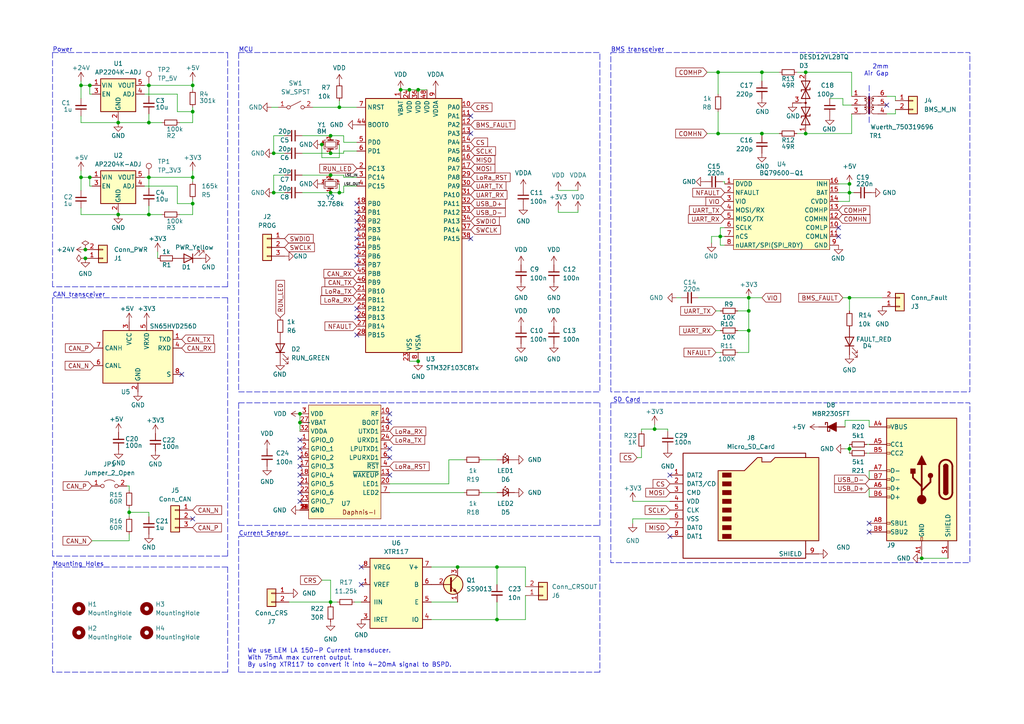
<source format=kicad_sch>
(kicad_sch (version 20230121) (generator eeschema)
  (paper "A4")
  (title_block (title "BMS Master") (date "2025-07-25") (rev "v0.0.5") (company "NCKU Formula Racing"))
  (junction (at 246.38 55.88))
  (junction (at 43.18 51.435))
  (junction (at 220.98 38.735))
  (junction (at 208.28 20.955))
  (junction (at 208.915 68.58))
  (junction (at 86.995 122.555))
  (junction (at 93.345 41.91))
  (junction (at 246.38 86.36))
  (junction (at 121.285 104.775))
  (junction (at 246.38 130.175))
  (junction (at 98.425 55.88))
  (junction (at 43.18 35.56))
  (junction (at 55.88 59.055))
  (junction (at 118.745 26.035))
  (junction (at 95.885 174.625))
  (junction (at 55.88 51.435))
  (junction (at 116.205 26.035))
  (junction (at 23.495 24.765))
  (junction (at 24.765 72.39))
  (junction (at 79.375 44.45))
  (junction (at 208.28 38.735))
  (junction (at 86.995 120.015))
  (junction (at 217.17 90.17))
  (junction (at 55.88 24.765))
  (junction (at 144.145 179.705))
  (junction (at 95.885 55.88))
  (junction (at 121.285 26.035))
  (junction (at 34.29 62.23))
  (junction (at 95.885 39.37))
  (junction (at 217.17 86.36))
  (junction (at 79.375 55.88))
  (junction (at 233.68 20.955))
  (junction (at 34.29 35.56))
  (junction (at 37.465 148.59))
  (junction (at 189.865 124.46))
  (junction (at 26.035 51.435))
  (junction (at 43.18 62.23))
  (junction (at 217.17 95.885))
  (junction (at 220.98 20.955))
  (junction (at 144.145 164.465))
  (junction (at 95.885 44.45))
  (junction (at 55.88 32.385))
  (junction (at 98.425 31.115))
  (junction (at 24.765 74.93))
  (junction (at 23.495 51.435))
  (junction (at 43.18 24.765))
  (junction (at 132.715 164.465))
  (junction (at 246.38 53.34))
  (junction (at 95.885 50.8))
  (junction (at 267.335 161.925))
  (junction (at 26.035 24.765))
  (junction (at 233.68 38.735))
  (no_connect (at 103.505 61.595))
  (no_connect (at 103.505 64.135))
  (no_connect (at 113.03 132.715))
  (no_connect (at 103.505 66.675))
  (no_connect (at 52.705 108.585))
  (no_connect (at 113.03 120.015))
  (no_connect (at 136.525 33.655))
  (no_connect (at 103.505 89.535))
  (no_connect (at 243.205 66.04))
  (no_connect (at 113.03 130.175))
  (no_connect (at 86.995 137.795))
  (no_connect (at 86.995 142.875))
  (no_connect (at 252.095 154.305))
  (no_connect (at 136.525 38.735))
  (no_connect (at 103.505 69.215))
  (no_connect (at 194.31 137.795))
  (no_connect (at 86.995 140.335))
  (no_connect (at 194.31 155.575))
  (no_connect (at 86.995 132.715))
  (no_connect (at 86.995 127.635))
  (no_connect (at 103.505 59.055))
  (no_connect (at 86.995 130.175))
  (no_connect (at 104.775 169.545))
  (no_connect (at 103.505 74.295))
  (no_connect (at 103.505 71.755))
  (no_connect (at 257.175 30.48))
  (no_connect (at 86.995 145.415))
  (no_connect (at 103.505 92.075))
  (no_connect (at 86.995 135.255))
  (no_connect (at 104.775 164.465))
  (no_connect (at 103.505 97.155))
  (no_connect (at 113.03 137.795))
  (no_connect (at 55.88 150.495))
  (no_connect (at 103.505 76.835))
  (no_connect (at 113.03 122.555))
  (no_connect (at 243.205 68.58))
  (no_connect (at 136.525 69.215))
  (no_connect (at 252.095 151.765))
  (wire (pts (xy 189.865 124.46) (xy 189.865 123.19)))
  (wire (pts (xy 102.87 174.625) (xy 104.775 174.625)))
  (wire (pts (xy 208.915 68.58) (xy 210.185 68.58)))
  (wire (pts (xy 196.215 86.36) (xy 197.485 86.36)))
  (wire (pts (xy 41.91 53.975) (xy 51.435 53.975)))
  (wire (pts (xy 95.885 55.88) (xy 98.425 55.88)))
  (wire (pts (xy 79.375 55.88) (xy 82.55 55.88)))
  (wire (pts (xy 220.98 38.735) (xy 220.98 39.37)))
  (wire (pts (xy 209.55 52.705) (xy 210.185 52.705)))
  (wire (pts (xy 220.98 86.36) (xy 217.17 86.36)))
  (wire (pts (xy 99.695 41.275) (xy 99.695 39.37)))
  (wire (pts (xy 184.785 132.715) (xy 186.055 132.715)))
  (polyline (pts (xy 69.215 116.84) (xy 173.99 116.84)) (stroke (width 0) (type dash)))
  (wire (pts (xy 259.715 33.02) (xy 259.715 31.75)))
  (polyline (pts (xy 66.04 86.36) (xy 66.04 161.29)) (stroke (width 0) (type dash)))
  (wire (pts (xy 207.645 95.885) (xy 208.915 95.885)))
  (wire (pts (xy 95.885 39.37) (xy 99.695 39.37)))
  (wire (pts (xy 23.495 33.655) (xy 23.495 35.56)))
  (wire (pts (xy 26.035 24.765) (xy 26.035 27.305)))
  (polyline (pts (xy 66.04 15.24) (xy 66.04 83.185)) (stroke (width 0) (type dash)))
  (wire (pts (xy 243.205 58.42) (xy 246.38 58.42)))
  (wire (pts (xy 95.885 174.625) (xy 95.885 175.26)))
  (wire (pts (xy 55.88 62.23) (xy 52.07 62.23)))
  (wire (pts (xy 183.515 145.415) (xy 194.31 145.415)))
  (wire (pts (xy 186.055 124.46) (xy 186.055 125.095)))
  (polyline (pts (xy 66.04 194.945) (xy 15.24 194.945)) (stroke (width 0) (type dash)))
  (wire (pts (xy 245.11 121.92) (xy 252.095 121.92)))
  (wire (pts (xy 51.435 59.055) (xy 55.88 59.055)))
  (wire (pts (xy 213.995 95.885) (xy 217.17 95.885)))
  (wire (pts (xy 208.28 20.955) (xy 220.98 20.955)))
  (polyline (pts (xy 69.215 155.575) (xy 173.99 155.575)) (stroke (width 0) (type dash)))
  (wire (pts (xy 55.88 24.765) (xy 55.88 26.035)))
  (wire (pts (xy 79.375 55.88) (xy 79.375 50.8)))
  (wire (pts (xy 23.495 24.765) (xy 23.495 28.575)))
  (wire (pts (xy 189.865 124.46) (xy 186.055 124.46)))
  (wire (pts (xy 125.095 179.705) (xy 144.145 179.705)))
  (polyline (pts (xy 15.24 83.185) (xy 15.24 15.24)) (stroke (width 0) (type dash)))
  (wire (pts (xy 207.645 90.17) (xy 208.915 90.17)))
  (wire (pts (xy 95.885 44.45) (xy 99.695 44.45)))
  (wire (pts (xy 207.645 102.235) (xy 208.915 102.235)))
  (wire (pts (xy 43.18 51.435) (xy 55.88 51.435)))
  (wire (pts (xy 220.98 20.955) (xy 220.98 23.495)))
  (wire (pts (xy 26.67 51.435) (xy 26.035 51.435)))
  (wire (pts (xy 152.4 164.465) (xy 144.145 164.465)))
  (wire (pts (xy 97.79 174.625) (xy 95.885 174.625)))
  (wire (pts (xy 267.335 161.925) (xy 274.955 161.925)))
  (wire (pts (xy 23.495 51.435) (xy 26.035 51.435)))
  (wire (pts (xy 98.425 53.34) (xy 98.425 55.88)))
  (wire (pts (xy 99.695 51.435) (xy 103.505 51.435)))
  (wire (pts (xy 152.4 172.72) (xy 152.4 179.705)))
  (wire (pts (xy 193.675 124.46) (xy 189.865 124.46)))
  (wire (pts (xy 55.88 59.055) (xy 55.88 57.785)))
  (wire (pts (xy 213.995 102.235) (xy 217.17 102.235)))
  (wire (pts (xy 246.38 86.36) (xy 255.905 86.36)))
  (wire (pts (xy 43.18 51.435) (xy 43.18 54.61)))
  (wire (pts (xy 233.68 38.735) (xy 247.015 38.735)))
  (wire (pts (xy 246.38 130.175) (xy 246.38 131.445)))
  (wire (pts (xy 161.925 60.96) (xy 161.925 61.595)))
  (wire (pts (xy 37.465 147.32) (xy 37.465 148.59)))
  (polyline (pts (xy 66.04 83.185) (xy 15.24 83.185)) (stroke (width 0) (type dash)))
  (wire (pts (xy 167.64 61.595) (xy 167.64 60.96)))
  (wire (pts (xy 43.18 59.69) (xy 43.18 62.23)))
  (wire (pts (xy 247.015 30.48) (xy 244.475 30.48)))
  (wire (pts (xy 99.695 53.975) (xy 103.505 53.975)))
  (wire (pts (xy 43.18 62.23) (xy 46.99 62.23)))
  (wire (pts (xy 208.28 27.305) (xy 208.28 20.955)))
  (wire (pts (xy 245.11 123.825) (xy 245.11 121.92)))
  (wire (pts (xy 205.105 20.955) (xy 208.28 20.955)))
  (wire (pts (xy 55.88 49.53) (xy 55.88 51.435)))
  (wire (pts (xy 217.17 95.885) (xy 217.17 102.235)))
  (wire (pts (xy 183.515 150.495) (xy 194.31 150.495)))
  (wire (pts (xy 51.435 32.385) (xy 55.88 32.385)))
  (wire (pts (xy 243.205 55.88) (xy 246.38 55.88)))
  (wire (pts (xy 41.91 24.765) (xy 43.18 24.765)))
  (wire (pts (xy 208.915 68.58) (xy 208.915 71.12)))
  (wire (pts (xy 43.18 35.56) (xy 46.99 35.56)))
  (wire (pts (xy 37.465 156.845) (xy 26.67 156.845)))
  (wire (pts (xy 43.18 62.23) (xy 34.29 62.23)))
  (polyline (pts (xy 173.99 194.945) (xy 69.215 194.945)) (stroke (width 0) (type dash)))
  (wire (pts (xy 93.345 168.275) (xy 95.885 168.275)))
  (wire (pts (xy 95.885 50.8) (xy 99.695 50.8)))
  (wire (pts (xy 130.175 140.335) (xy 130.175 133.35)))
  (wire (pts (xy 23.495 23.495) (xy 23.495 24.765)))
  (wire (pts (xy 121.285 26.035) (xy 123.825 26.035)))
  (wire (pts (xy 125.095 174.625) (xy 132.715 174.625)))
  (wire (pts (xy 246.38 53.34) (xy 246.38 55.88)))
  (wire (pts (xy 220.98 38.735) (xy 226.06 38.735)))
  (wire (pts (xy 87.63 44.45) (xy 95.885 44.45)))
  (wire (pts (xy 103.505 41.275) (xy 99.695 41.275)))
  (wire (pts (xy 23.495 35.56) (xy 34.29 35.56)))
  (wire (pts (xy 144.145 164.465) (xy 132.715 164.465)))
  (wire (pts (xy 113.03 140.335) (xy 130.175 140.335)))
  (wire (pts (xy 37.465 154.94) (xy 37.465 156.845)))
  (polyline (pts (xy 66.04 164.465) (xy 15.24 164.465)) (stroke (width 0) (type dash)))
  (wire (pts (xy 23.495 62.23) (xy 34.29 62.23)))
  (wire (pts (xy 98.425 55.88) (xy 99.695 55.88)))
  (wire (pts (xy 217.17 90.17) (xy 213.995 90.17)))
  (wire (pts (xy 233.68 20.955) (xy 231.14 20.955)))
  (wire (pts (xy 202.565 86.36) (xy 217.17 86.36)))
  (wire (pts (xy 244.475 86.36) (xy 246.38 86.36)))
  (wire (pts (xy 244.475 28.575) (xy 240.665 28.575)))
  (wire (pts (xy 86.995 120.015) (xy 86.995 122.555)))
  (wire (pts (xy 144.145 164.465) (xy 144.145 169.545)))
  (polyline (pts (xy 15.24 161.29) (xy 15.24 86.36)) (stroke (width 0) (type dash)))
  (polyline (pts (xy 15.24 194.945) (xy 15.24 164.465)) (stroke (width 0) (type dash)))
  (wire (pts (xy 26.035 53.975) (xy 26.035 51.435)))
  (wire (pts (xy 144.145 179.705) (xy 152.4 179.705)))
  (wire (pts (xy 257.175 27.94) (xy 259.715 27.94)))
  (wire (pts (xy 55.88 32.385) (xy 55.88 31.115)))
  (wire (pts (xy 26.035 24.765) (xy 26.67 24.765)))
  (wire (pts (xy 231.14 38.735) (xy 233.68 38.735)))
  (polyline (pts (xy 69.215 194.945) (xy 69.215 155.575)) (stroke (width 0) (type dash)))
  (wire (pts (xy 251.46 128.905) (xy 252.095 128.905)))
  (wire (pts (xy 246.38 128.905) (xy 246.38 130.175)))
  (wire (pts (xy 51.435 27.305) (xy 51.435 32.385)))
  (wire (pts (xy 246.38 130.175) (xy 245.11 130.175)))
  (wire (pts (xy 217.17 86.36) (xy 217.17 90.17)))
  (polyline (pts (xy 173.99 152.4) (xy 173.99 116.84)) (stroke (width 0) (type dash)))
  (wire (pts (xy 118.745 104.775) (xy 121.285 104.775)))
  (wire (pts (xy 23.495 51.435) (xy 23.495 55.245)))
  (wire (pts (xy 98.425 45.72) (xy 93.345 45.72)))
  (polyline (pts (xy 69.215 116.84) (xy 69.215 152.4)) (stroke (width 0) (type dash)))
  (wire (pts (xy 252.095 136.525) (xy 252.095 139.065)))
  (wire (pts (xy 86.995 122.555) (xy 86.995 125.095)))
  (wire (pts (xy 208.915 71.12) (xy 210.185 71.12)))
  (wire (pts (xy 205.105 38.735) (xy 208.28 38.735)))
  (wire (pts (xy 87.63 55.88) (xy 95.885 55.88)))
  (wire (pts (xy 43.18 24.765) (xy 55.88 24.765)))
  (wire (pts (xy 55.88 23.495) (xy 55.88 24.765)))
  (wire (pts (xy 23.495 60.325) (xy 23.495 62.23)))
  (wire (pts (xy 161.925 61.595) (xy 167.64 61.595)))
  (wire (pts (xy 83.82 174.625) (xy 95.885 174.625)))
  (wire (pts (xy 55.88 51.435) (xy 55.88 52.705)))
  (wire (pts (xy 139.7 133.35) (xy 144.145 133.35)))
  (wire (pts (xy 43.18 24.765) (xy 43.18 27.94)))
  (wire (pts (xy 144.145 174.625) (xy 144.145 179.705)))
  (wire (pts (xy 251.46 131.445) (xy 252.095 131.445)))
  (wire (pts (xy 220.98 38.735) (xy 208.28 38.735)))
  (wire (pts (xy 247.015 20.955) (xy 233.68 20.955)))
  (wire (pts (xy 98.425 31.115) (xy 103.505 31.115)))
  (wire (pts (xy 41.91 27.305) (xy 51.435 27.305)))
  (wire (pts (xy 103.505 43.815) (xy 99.695 43.815)))
  (wire (pts (xy 247.015 27.94) (xy 247.015 20.955)))
  (wire (pts (xy 208.28 38.735) (xy 208.28 32.385)))
  (wire (pts (xy 99.695 51.435) (xy 99.695 50.8)))
  (wire (pts (xy 99.695 43.815) (xy 99.695 44.45)))
  (wire (pts (xy 252.095 121.92) (xy 252.095 123.825)))
  (wire (pts (xy 183.515 151.765) (xy 183.515 150.495)))
  (wire (pts (xy 125.095 164.465) (xy 132.715 164.465)))
  (wire (pts (xy 193.675 125.095) (xy 193.675 124.46)))
  (wire (pts (xy 210.185 52.705) (xy 210.185 53.34)))
  (wire (pts (xy 55.88 35.56) (xy 52.07 35.56)))
  (polyline (pts (xy 15.24 15.24) (xy 66.04 15.24)) (stroke (width 0) (type dash)))
  (wire (pts (xy 79.375 44.45) (xy 82.55 44.45)))
  (wire (pts (xy 41.91 51.435) (xy 43.18 51.435)))
  (wire (pts (xy 208.915 66.04) (xy 208.915 68.58)))
  (wire (pts (xy 220.98 20.955) (xy 226.06 20.955)))
  (wire (pts (xy 55.88 59.055) (xy 55.88 62.23)))
  (wire (pts (xy 93.345 45.72) (xy 93.345 41.91)))
  (wire (pts (xy 139.7 142.875) (xy 144.145 142.875)))
  (wire (pts (xy 87.63 39.37) (xy 95.885 39.37)))
  (wire (pts (xy 55.88 32.385) (xy 55.88 35.56)))
  (polyline (pts (xy 69.215 152.4) (xy 173.99 152.4)) (stroke (width 0) (type dash)))
  (wire (pts (xy 99.695 55.88) (xy 99.695 53.975)))
  (wire (pts (xy 247.015 38.735) (xy 247.015 33.02)))
  (wire (pts (xy 243.205 53.34) (xy 246.38 53.34)))
  (wire (pts (xy 79.375 50.8) (xy 82.55 50.8)))
  (wire (pts (xy 118.745 26.035) (xy 121.285 26.035)))
  (wire (pts (xy 26.67 27.305) (xy 26.035 27.305)))
  (wire (pts (xy 43.18 148.59) (xy 43.18 149.86)))
  (wire (pts (xy 26.67 53.975) (xy 26.035 53.975)))
  (wire (pts (xy 206.375 68.58) (xy 208.915 68.58)))
  (wire (pts (xy 152.4 164.465) (xy 152.4 170.18)))
  (wire (pts (xy 257.175 33.02) (xy 259.715 33.02)))
  (polyline (pts (xy 66.04 164.465) (xy 66.04 194.945)) (stroke (width 0) (type dash)))
  (wire (pts (xy 45.72 73.025) (xy 45.72 74.93)))
  (wire (pts (xy 246.38 55.88) (xy 247.65 55.88)))
  (wire (pts (xy 98.425 29.21) (xy 98.425 31.115)))
  (wire (pts (xy 206.375 70.485) (xy 206.375 68.58)))
  (wire (pts (xy 244.475 30.48) (xy 244.475 28.575)))
  (wire (pts (xy 130.175 133.35) (xy 134.62 133.35)))
  (wire (pts (xy 217.17 90.17) (xy 217.17 95.885)))
  (wire (pts (xy 116.205 26.035) (xy 118.745 26.035)))
  (polyline (pts (xy 173.99 155.575) (xy 173.99 194.945)) (stroke (width 0) (type dash)))
  (wire (pts (xy 37.465 140.97) (xy 36.83 140.97)))
  (wire (pts (xy 34.29 61.595) (xy 34.29 62.23)))
  (wire (pts (xy 246.38 86.36) (xy 246.38 90.17)))
  (wire (pts (xy 252.095 141.605) (xy 252.095 144.145)))
  (wire (pts (xy 186.055 132.715) (xy 186.055 130.175)))
  (wire (pts (xy 210.185 66.04) (xy 208.915 66.04)))
  (wire (pts (xy 95.885 168.275) (xy 95.885 174.625)))
  (wire (pts (xy 87.63 50.8) (xy 95.885 50.8)))
  (wire (pts (xy 43.18 33.02) (xy 43.18 35.56)))
  (wire (pts (xy 246.38 55.88) (xy 246.38 58.42)))
  (polyline (pts (xy 252.095 35.56) (xy 252.095 24.765)) (stroke (width 0) (type dash)))
  (wire (pts (xy 37.465 142.24) (xy 37.465 140.97)))
  (polyline (pts (xy 66.04 161.29) (xy 15.24 161.29)) (stroke (width 0) (type dash)))
  (wire (pts (xy 78.74 31.115) (xy 80.645 31.115)))
  (wire (pts (xy 23.495 49.53) (xy 23.495 51.435)))
  (wire (pts (xy 79.375 44.45) (xy 79.375 39.37)))
  (wire (pts (xy 259.715 29.21) (xy 259.715 27.94)))
  (wire (pts (xy 37.465 148.59) (xy 37.465 149.86)))
  (wire (pts (xy 23.495 24.765) (xy 26.035 24.765)))
  (wire (pts (xy 79.375 39.37) (xy 82.55 39.37)))
  (polyline (pts (xy 66.04 86.36) (xy 15.24 86.36)) (stroke (width 0) (type dash)))
  (wire (pts (xy 161.925 55.245) (xy 167.64 55.245)))
  (wire (pts (xy 98.425 41.91) (xy 98.425 45.72)))
  (wire (pts (xy 43.18 148.59) (xy 37.465 148.59)))
  (wire (pts (xy 34.29 34.925) (xy 34.29 35.56)))
  (wire (pts (xy 34.29 35.56) (xy 43.18 35.56)))
  (wire (pts (xy 51.435 53.975) (xy 51.435 59.055)))
  (wire (pts (xy 113.03 142.875) (xy 134.62 142.875)))
  (wire (pts (xy 90.805 31.115) (xy 98.425 31.115)))
  (rectangle (start 177.165 116.84) (end 281.305 163.195) (stroke (width 0) (type dash)))
  (rectangle (start 177.165 15.24) (end 281.305 113.665) (stroke (width 0) (type dash)))
  (rectangle (start 69.215 15.24) (end 173.99 113.665) (stroke (width 0) (type dash)))
  (text "MCU" (at 69.215 15.24 0) (effects (font (size 1.27 1.27)) (justify left bottom)))
  (text "SD Card" (at 177.8 116.84 0) (effects (font (size 1.27 1.27)) (justify left bottom)))
  (text "2mm\nAir Gap" (at 257.81 22.225 0) (effects (font (size 1.27 1.27)) (justify right bottom)))
  (text "Current Sensor" (at 69.215 155.575 0) (effects (font (size 1.27 1.27)) (justify left bottom)))
  (text "Mounting Holes" (at 15.24 164.465 0) (effects (font (size 1.27 1.27)) (justify left bottom)))
  (text "BMS transceiver" (at 177.165 15.24 0) (effects (font (size 1.27 1.27)) (justify left bottom)))
  (text "Power" (at 15.24 15.24 0) (effects (font (size 1.27 1.27)) (justify left bottom)))
  (text "CAN transceiver" (at 15.24 86.36 0) (effects (font (size 1.27 1.27)) (justify left bottom)))
  (text "We use LEM LA 150-P Current transducer.\nWith 75mA max current output.\nBy using XTR117 to convert it into 4-20mA signal to BSPD.\n" (at 71.755 193.675 0) (effects (font (size 1.27 1.27)) (justify left bottom)))
  (label "LSE_IN" (at 99.949 51.435 0) (effects (font (size 0.735 0.735))))
  (label "LSE_OUT" (at 99.695 53.975 0) (effects (font (size 0.735 0.735))))
  (global_label "USB_D-" (shape input) (at 136.525 61.595 0) (property "Intersheetrefs" "${INTERSHEET_REFS}" (effects hide)))
  (global_label "BMS_FAULT" (shape input) (at 244.475 86.36 180) (property "Intersheetrefs" "${INTERSHEET_REFS}" (effects hide)))
  (global_label "CS" (shape input) (at 194.31 140.335 180) (property "Intersheetrefs" "${INTERSHEET_REFS}" (effects hide)))
  (global_label "LoRa_RST" (shape input) (at 113.03 135.255 0) (property "Intersheetrefs" "${INTERSHEET_REFS}" (effects hide)))
  (global_label "USB_D-" (shape input) (at 252.095 139.065 180) (property "Intersheetrefs" "${INTERSHEET_REFS}" (effects hide)))
  (global_label "UART_TX" (shape input) (at 136.525 53.975 0) (property "Intersheetrefs" "${INTERSHEET_REFS}" (effects hide)))
  (global_label "NFAULT" (shape input) (at 207.645 102.235 180) (property "Intersheetrefs" "${INTERSHEET_REFS}" (effects hide)))
  (global_label "SWDIO" (shape input) (at 82.55 69.215 0) (property "Intersheetrefs" "${INTERSHEET_REFS}" (effects hide)))
  (global_label "UART_RX" (shape input) (at 207.645 95.885 180) (property "Intersheetrefs" "${INTERSHEET_REFS}" (effects hide)))
  (global_label "CAN_P" (shape input) (at 26.67 140.97 180) (property "Intersheetrefs" "${INTERSHEET_REFS}" (effects hide)))
  (global_label "MOSI" (shape input) (at 194.31 142.875 180) (property "Intersheetrefs" "${INTERSHEET_REFS}" (effects hide)))
  (global_label "CAN_TX" (shape input) (at 103.505 81.915 180) (property "Intersheetrefs" "${INTERSHEET_REFS}" (effects hide)))
  (global_label "SCLK" (shape input) (at 194.31 147.955 180) (property "Intersheetrefs" "${INTERSHEET_REFS}" (effects hide)))
  (global_label "VIO" (shape input) (at 220.98 86.36 0) (property "Intersheetrefs" "${INTERSHEET_REFS}" (effects hide)))
  (global_label "UART_RX" (shape input) (at 210.185 63.5 180) (property "Intersheetrefs" "${INTERSHEET_REFS}" (effects hide)))
  (global_label "UART_RX" (shape input) (at 136.525 56.515 0) (property "Intersheetrefs" "${INTERSHEET_REFS}" (effects hide)))
  (global_label "SCLK" (shape input) (at 136.525 43.815 0) (property "Intersheetrefs" "${INTERSHEET_REFS}" (effects hide)))
  (global_label "CS" (shape input) (at 136.525 41.275 0) (property "Intersheetrefs" "${INTERSHEET_REFS}" (effects hide)))
  (global_label "LoRa_TX" (shape input) (at 113.03 127.635 0) (property "Intersheetrefs" "${INTERSHEET_REFS}" (effects hide)))
  (global_label "BMS_FAULT" (shape input) (at 136.525 36.195 0) (property "Intersheetrefs" "${INTERSHEET_REFS}" (effects hide)))
  (global_label "SWCLK" (shape input) (at 136.525 66.675 0) (property "Intersheetrefs" "${INTERSHEET_REFS}" (effects hide)))
  (global_label "LoRa_RST" (shape input) (at 136.525 51.435 0) (property "Intersheetrefs" "${INTERSHEET_REFS}" (effects hide)))
  (global_label "RUN_LED" (shape input) (at 103.505 48.895 180) (property "Intersheetrefs" "${INTERSHEET_REFS}" (effects hide)))
  (global_label "NFAULT" (shape input) (at 103.505 94.615 180) (property "Intersheetrefs" "${INTERSHEET_REFS}" (effects hide)))
  (global_label "MISO" (shape input) (at 194.31 153.035 180) (property "Intersheetrefs" "${INTERSHEET_REFS}" (effects hide)))
  (global_label "COMHN" (shape input) (at 243.205 63.5 0) (property "Intersheetrefs" "${INTERSHEET_REFS}" (effects hide)))
  (global_label "CAN_RX" (shape input) (at 103.505 79.375 180) (property "Intersheetrefs" "${INTERSHEET_REFS}" (effects hide)))
  (global_label "CRS" (shape input) (at 93.345 168.275 180) (property "Intersheetrefs" "${INTERSHEET_REFS}" (effects hide)))
  (global_label "NFAULT" (shape input) (at 210.185 55.88 180) (property "Intersheetrefs" "${INTERSHEET_REFS}" (effects hide)))
  (global_label "COMHN" (shape input) (at 205.105 38.735 180) (property "Intersheetrefs" "${INTERSHEET_REFS}" (effects hide)))
  (global_label "CAN_N" (shape input) (at 27.305 106.045 180) (property "Intersheetrefs" "${INTERSHEET_REFS}" (effects hide)))
  (global_label "CAN_N" (shape input) (at 55.88 147.955 0) (property "Intersheetrefs" "${INTERSHEET_REFS}" (effects hide)))
  (global_label "UART_TX" (shape input) (at 210.185 60.96 180) (property "Intersheetrefs" "${INTERSHEET_REFS}" (effects hide)))
  (global_label "CAN_RX" (shape input) (at 52.705 100.965 0) (property "Intersheetrefs" "${INTERSHEET_REFS}" (effects hide)))
  (global_label "CS" (shape input) (at 184.785 132.715 180) (property "Intersheetrefs" "${INTERSHEET_REFS}" (effects hide)))
  (global_label "LoRa_RX" (shape input) (at 113.03 125.095 0) (property "Intersheetrefs" "${INTERSHEET_REFS}" (effects hide)))
  (global_label "SWCLK" (shape input) (at 82.55 71.755 0) (property "Intersheetrefs" "${INTERSHEET_REFS}" (effects hide)))
  (global_label "VIO" (shape input) (at 210.185 58.42 180) (property "Intersheetrefs" "${INTERSHEET_REFS}" (effects hide)))
  (global_label "UART_TX" (shape input) (at 207.645 90.17 180) (property "Intersheetrefs" "${INTERSHEET_REFS}" (effects hide)))
  (global_label "RUN_LED" (shape input) (at 81.28 92.075 90) (property "Intersheetrefs" "${INTERSHEET_REFS}" (effects hide)))
  (global_label "LoRa_TX" (shape input) (at 103.505 84.455 180) (property "Intersheetrefs" "${INTERSHEET_REFS}" (effects hide)))
  (global_label "LoRa_RX" (shape input) (at 103.505 86.995 180) (property "Intersheetrefs" "${INTERSHEET_REFS}" (effects hide)))
  (global_label "SWDIO" (shape input) (at 136.525 64.135 0) (property "Intersheetrefs" "${INTERSHEET_REFS}" (effects hide)))
  (global_label "CAN_P" (shape input) (at 27.305 100.965 180) (property "Intersheetrefs" "${INTERSHEET_REFS}" (effects hide)))
  (global_label "USB_D+" (shape input) (at 136.525 59.055 0) (property "Intersheetrefs" "${INTERSHEET_REFS}" (effects hide)))
  (global_label "USB_D+" (shape input) (at 252.095 141.605 180) (property "Intersheetrefs" "${INTERSHEET_REFS}" (effects hide)))
  (global_label "COMHP" (shape input) (at 243.205 60.96 0) (property "Intersheetrefs" "${INTERSHEET_REFS}" (effects hide)))
  (global_label "CRS" (shape input) (at 136.525 31.115 0) (property "Intersheetrefs" "${INTERSHEET_REFS}" (effects hide)))
  (global_label "MISO" (shape input) (at 136.525 46.355 0) (property "Intersheetrefs" "${INTERSHEET_REFS}" (effects hide)))
  (global_label "CAN_N" (shape input) (at 26.67 156.845 180) (property "Intersheetrefs" "${INTERSHEET_REFS}" (effects hide)))
  (global_label "MOSI" (shape input) (at 136.525 48.895 0) (property "Intersheetrefs" "${INTERSHEET_REFS}" (effects hide)))
  (global_label "CAN_P" (shape input) (at 55.88 153.035 0) (property "Intersheetrefs" "${INTERSHEET_REFS}" (effects hide)))
  (global_label "COMHP" (shape input) (at 205.105 20.955 180) (property "Intersheetrefs" "${INTERSHEET_REFS}" (effects hide)))
  (global_label "CAN_TX" (shape input) (at 52.705 98.425 0) (property "Intersheetrefs" "${INTERSHEET_REFS}" (effects hide)))
  (symbol (lib_id "power:+3V3") (at 183.515 145.415 0) (unit 1)
    (property "Reference" "#PWR074" (effects hide))
    (property "Value" "+3V3" (at 183.515 141.605 0))
  )
  (symbol (lib_id "power:GND") (at 95.885 180.34 0) (unit 1)
    (property "Reference" "#PWR066" (effects hide))
    (property "Value" "GND" (at 95.885 185.42 0))
  )
  (symbol (lib_id "Device:C_Small") (at 43.18 57.15 180) (unit 1)
    (property "Reference" "C4" (at 45.085 55.88 0) (effects (justify right)))
    (property "Value" "10u" (at 45.085 57.785 0) (effects (justify right)))
    (property "Footprint" "Capacitor_SMD:C_0805_2012Metric" (effects hide))
  )
  (symbol (lib_id "Device:R_Small") (at 228.6 20.955 90) (mirror x) (unit 1)
    (property "Reference" "R13" (at 228.6 22.86 90))
    (property "Value" "49R" (at 228.6 24.765 90))
    (property "Footprint" "Resistor_SMD:R_0603_1608Metric" (effects hide))
  )
  (symbol (lib_id "Connector:TestPoint") (at 43.18 51.435 0) (unit 1)
    (property "Reference" "TP1" (at 45.72 46.863 0) (effects (justify left)))
    (property "Value" "TP_3V3" (at 45.72 49.403 0) (effects (justify left)))
    (property "Footprint" "Connector_Pin:Pin_D1.0mm_L10.0mm" (effects hide))
  )
  (symbol (lib_id "power:GND") (at 246.38 102.87 0) (unit 1)
    (property "Reference" "#PWR047" (effects hide))
    (property "Value" "GND" (at 246.38 107.315 0))
  )
  (symbol (lib_id "power:GND") (at 58.42 74.93 90) (unit 1)
    (property "Reference" "#PWR010" (effects hide))
    (property "Value" "GND" (at 58.42 77.47 90) (effects (justify right)))
  )
  (symbol (lib_id "Connector:USB_C_Receptacle_USB2.0_16P") (at 267.335 139.065 0) (mirror y) (unit 1)
    (property "Reference" "J9" (at 258.445 158.115 0))
    (property "Value" "USB_C_Receptacle_USB2.0_16P" (effects hide))
    (property "Footprint" "Connector_USB:USB_C_Receptacle_Palconn_UTC16-G" (effects hide))
    (property "Datasheet" "https://www.usb.org/sites/default/files/documents/usb_type-c.zip" (effects hide))
  )
  (symbol (lib_id "Connector:Micro_SD_Card") (at 217.17 145.415 0) (unit 1)
    (property "Reference" "J8" (at 217.805 127 0))
    (property "Value" "Micro_SD_Card" (at 217.805 129.54 0))
    (property "Footprint" "Connector_Card:microSD_HC_Molex_47219-2001" (effects hide))
    (property "Datasheet" "http://katalog.we-online.de/em/datasheet/693072010801.pdf" (effects hide))
  )
  (symbol (lib_id "Connector_Generic:Conn_01x03") (at 77.47 71.755 0) (mirror y) (unit 1)
    (property "Reference" "J2" (at 77.47 62.865 0))
    (property "Value" "PROG" (at 77.47 65.405 0))
    (property "Footprint" "Connector_PinHeader_2.54mm:PinHeader_1x03_P2.54mm_Vertical" (effects hide))
  )
  (symbol (lib_id "Device:R_Small") (at 98.425 26.67 0) (unit 1)
    (property "Reference" "R7" (at 95.885 25.4 0) (effects (justify right)))
    (property "Value" "10k" (at 95.885 27.94 0) (effects (justify right)))
    (property "Footprint" "Resistor_SMD:R_0603_1608Metric" (effects hide))
  )
  (symbol (lib_id "power:GND") (at 240.665 33.655 0) (unit 1)
    (property "Reference" "#PWR044" (effects hide))
    (property "Value" "GND" (at 242.57 37.465 0) (effects (justify right)))
  )
  (symbol (lib_id "Device:C_Small") (at 160.655 97.155 0) (unit 1)
    (property "Reference" "C13" (at 163.195 95.8913 0) (effects (justify left)))
    (property "Value" "100n" (at 163.195 98.4313 0) (effects (justify left)))
    (property "Footprint" "Capacitor_SMD:C_0603_1608Metric" (effects hide))
  )
  (symbol (lib_id "power:+5V") (at 23.495 49.53 0) (unit 1)
    (property "Reference" "#PWR02" (effects hide))
    (property "Value" "+5V" (at 23.495 45.72 0))
  )
  (symbol (lib_id "Device:R_Small") (at 211.455 95.885 270) (unit 1)
    (property "Reference" "R10" (at 212.725 93.98 90) (effects (justify right)))
    (property "Value" "10K" (at 213.36 97.79 90) (effects (justify right)))
    (property "Footprint" "Resistor_SMD:R_0603_1608Metric" (effects hide))
  )
  (symbol (lib_id "Device:LED") (at 54.61 74.93 180) (unit 1)
    (property "Reference" "D1" (at 52.705 77.47 0) (effects (justify right)))
    (property "Value" "PWR_Yellow" (at 50.8 71.755 0) (effects (justify right)))
    (property "Footprint" "LED_SMD:LED_0805_2012Metric" (effects hide))
  )
  (symbol (lib_id "Device:LED") (at 81.28 100.965 90) (unit 1)
    (property "Reference" "D2" (at 84.455 101.2825 90) (effects (justify right)))
    (property "Value" "RUN_GREEN" (at 84.455 103.8225 90) (effects (justify right)))
    (property "Footprint" "LED_SMD:LED_0805_2012Metric" (effects hide))
  )
  (symbol (lib_id "power:GND") (at 24.765 74.93 0) (unit 1)
    (property "Reference" "#PWR04" (effects hide))
    (property "Value" "GND" (at 24.765 79.375 0))
  )
  (symbol (lib_id "Device:R_Small") (at 211.455 90.17 270) (unit 1)
    (property "Reference" "R9" (at 212.725 88.265 90) (effects (justify right)))
    (property "Value" "10K" (at 213.36 92.075 90) (effects (justify right)))
    (property "Footprint" "Resistor_SMD:R_0603_1608Metric" (effects hide))
  )
  (symbol (lib_id "power:GND") (at 252.73 55.88 90) (unit 1)
    (property "Reference" "#PWR048" (effects hide))
    (property "Value" "GND" (at 255.905 55.88 90) (effects (justify right)))
  )
  (symbol (lib_id "power:+24V") (at 24.765 72.39 90) (unit 1)
    (property "Reference" "#PWR03" (effects hide))
    (property "Value" "+24V" (at 19.05 72.39 90))
  )
  (symbol (lib_id "power:GND") (at 121.285 104.775 0) (unit 1)
    (property "Reference" "#PWR021" (effects hide))
    (property "Value" "GND" (at 121.285 109.22 0))
  )
  (symbol (lib_id "Mechanical:MountingHole") (at 42.545 176.53 0) (unit 1)
    (property "Reference" "H3" (at 45.085 175.26 0) (effects (justify left)))
    (property "Value" "MountingHole" (at 45.085 177.8 0) (effects (justify left)))
    (property "Footprint" "MountingHole:MountingHole_3.2mm_M3_DIN965" (effects hide))
  )
  (symbol (lib_id "power:GND") (at 151.13 99.695 0) (unit 1)
    (property "Reference" "#PWR026" (effects hide))
    (property "Value" "GND" (at 151.13 104.14 0))
  )
  (symbol (lib_id "power:VDD") (at 161.925 55.245 0) (unit 1)
    (property "Reference" "#PWR033" (effects hide))
    (property "Value" "VDD" (at 161.925 50.8 0))
  )
  (symbol (lib_id "Regulator_Linear:AP2204K-ADJ") (at 34.29 27.305 0) (unit 1)
    (property "Reference" "U1" (at 34.29 18.415 0))
    (property "Value" "AP2204K-ADJ" (at 34.29 20.955 0))
    (property "Footprint" "Package_TO_SOT_SMD:SOT-23-5" (effects hide))
    (property "Datasheet" "https://www.diodes.com/assets/Datasheets/AP2204.pdf" (effects hide))
  )
  (symbol (lib_id "power:+5V") (at 246.38 53.34 0) (unit 1)
    (property "Reference" "#PWR046" (effects hide))
    (property "Value" "+5V" (at 246.38 48.26 0))
  )
  (symbol (lib_id "Regulator_Linear:AP2204K-ADJ") (at 34.29 53.975 0) (unit 1)
    (property "Reference" "U2" (at 34.29 45.085 0))
    (property "Value" "AP2204K-ADJ" (at 34.29 47.625 0))
    (property "Footprint" "Package_TO_SOT_SMD:SOT-23-5" (effects hide))
    (property "Datasheet" "https://www.diodes.com/assets/Datasheets/AP2204.pdf" (effects hide))
  )
  (symbol (lib_id "Connector_Generic:Conn_01x02") (at 78.74 172.085 0) (mirror y) (unit 1)
    (property "Reference" "J7" (at 78.74 180.34 0))
    (property "Value" "Conn_CRS" (at 78.74 177.8 0))
    (property "Footprint" "Connector_JST:JST_XH_B2B-XH-A_1x02_P2.50mm_Vertical" (effects hide))
  )
  (symbol (lib_id "power:+5V") (at 237.49 123.825 90) (unit 1)
    (property "Reference" "#PWR069" (effects hide))
    (property "Value" "+5V" (at 233.68 123.825 90) (effects (justify left)))
  )
  (symbol (lib_id "power:+3V3") (at 161.925 60.96 0) (unit 1)
    (property "Reference" "#PWR034" (effects hide))
    (property "Value" "+3V3" (at 161.925 57.15 0))
  )
  (symbol (lib_id "power:GND") (at 255.905 88.9 0) (unit 1)
    (property "Reference" "#PWR049" (effects hide))
    (property "Value" "GND" (at 255.905 93.98 0))
  )
  (symbol (lib_id "power:+5V") (at 55.88 23.495 0) (unit 1)
    (property "Reference" "#PWR08" (effects hide))
    (property "Value" "+5V" (at 55.88 19.685 0))
  )
  (symbol (lib_id "power:VDD") (at 77.47 130.175 0) (unit 1)
    (property "Reference" "#PWR065" (effects hide))
    (property "Value" "VDD" (at 77.47 125.73 0))
  )
  (symbol (lib_id "power:GND") (at 193.675 130.175 0) (unit 1)
    (property "Reference" "#PWR073" (effects hide))
    (property "Value" "GND" (at 193.675 135.255 0))
  )
  (symbol (lib_id "power:+3V3") (at 55.88 49.53 0) (unit 1)
    (property "Reference" "#PWR09" (effects hide))
    (property "Value" "+3V3" (at 55.88 45.72 0))
  )
  (symbol (lib_id "power:VDD") (at 160.655 94.615 0) (unit 1)
    (property "Reference" "#PWR031" (effects hide))
    (property "Value" "VDD" (at 160.655 90.17 0))
  )
  (symbol (lib_id "Connector_Generic:Conn_01x02") (at 29.845 74.93 0) (mirror x) (unit 1)
    (property "Reference" "J1" (at 33.02 74.93 0) (effects (justify left)))
    (property "Value" "Conn_PWR" (at 33.02 72.39 0) (effects (justify left)))
    (property "Footprint" "Connector_JST:JST_XH_B2B-XH-A_1x02_P2.50mm_Vertical" (effects hide))
  )
  (symbol (lib_id "power:GND") (at 267.335 161.925 270) (unit 1)
    (property "Reference" "#PWR060" (effects hide))
    (property "Value" "GND" (at 264.16 161.925 90) (effects (justify right)))
  )
  (symbol (lib_id "power:GND") (at 34.29 62.23 0) (unit 1)
    (property "Reference" "#PWR06" (effects hide))
    (property "Value" "GND" (at 34.29 66.04 0))
  )
  (symbol (lib_id "power:VDD") (at 86.995 120.015 90) (unit 1)
    (property "Reference" "#PWR067" (effects hide))
    (property "Value" "VDD" (at 83.185 120.015 90) (effects (justify left)))
  )
  (symbol (lib_id "Switch:SW_SPST") (at 85.725 31.115 0) (unit 1)
    (property "Reference" "SW1" (at 85.725 24.13 0))
    (property "Value" "SW_SPST" (at 85.725 26.67 0))
    (property "Footprint" "Button_Switch_SMD:SW_SPST_FSMSM" (effects hide))
  )
  (symbol (lib_id "Device:C_Small") (at 43.18 30.48 180) (unit 1)
    (property "Reference" "C3" (at 45.085 29.21 0) (effects (justify right)))
    (property "Value" "10u" (at 45.085 31.115 0) (effects (justify right)))
    (property "Footprint" "Capacitor_SMD:C_0805_2012Metric" (effects hide))
  )
  (symbol (lib_id "Device:C_Small") (at 220.98 41.91 0) (unit 1)
    (property "Reference" "C16" (at 218.44 40.6463 0) (effects (justify right)))
    (property "Value" "220p" (at 218.44 43.1863 0) (effects (justify right)))
    (property "Footprint" "Capacitor_SMD:C_0603_1608Metric" (effects hide))
  )
  (symbol (lib_id "power:+5V") (at 37.465 93.345 0) (unit 1)
    (property "Reference" "#PWR052" (effects hide))
    (property "Value" "+5V" (at 36.83 89.535 0))
  )
  (symbol (lib_id "power:+3V3") (at 45.085 125.73 0) (unit 1)
    (property "Reference" "#PWR056" (effects hide))
    (property "Value" "+3V3" (at 45.085 121.92 0))
  )
  (symbol (lib_id "Device:Crystal_GND24_Small") (at 95.885 41.91 90) (unit 1)
    (property "Reference" "Y1" (at 93.345 36.195 90))
    (property "Value" "8M" (at 93.345 38.1 90))
    (property "Footprint" "Crystal:Crystal_SMD_SeikoEpson_FA238-4Pin_3.2x2.5mm" (effects hide))
  )
  (symbol (lib_id "Device:C_Small") (at 23.495 31.115 180) (unit 1)
    (property "Reference" "C1" (at 17.78 29.845 0) (effects (justify right)))
    (property "Value" "1u" (at 18.415 31.75 0) (effects (justify right)))
    (property "Footprint" "Capacitor_SMD:C_0603_1608Metric" (effects hide))
  )
  (symbol (lib_id "Device:R_Small") (at 186.055 127.635 0) (unit 1)
    (property "Reference" "R23" (at 184.785 126.365 0) (effects (justify right)))
    (property "Value" "1K" (at 184.785 128.27 0) (effects (justify right)))
    (property "Footprint" "Resistor_SMD:R_0603_1608Metric" (effects hide))
  )
  (symbol (lib_id "Mechanical:MountingHole") (at 42.545 183.515 0) (unit 1)
    (property "Reference" "H4" (at 45.085 182.245 0) (effects (justify left)))
    (property "Value" "MountingHole" (at 45.085 184.785 0) (effects (justify left)))
    (property "Footprint" "MountingHole:MountingHole_3.2mm_M3_DIN965" (effects hide))
  )
  (symbol (lib_id "Device:R_Small") (at 37.465 144.78 0) (mirror x) (unit 1)
    (property "Reference" "R15" (at 35.56 143.51 0) (effects (justify right)))
    (property "Value" "60R" (at 35.56 145.415 0) (effects (justify right)))
    (property "Footprint" "Resistor_SMD:R_0603_1608Metric" (effects hide))
  )
  (symbol (lib_id "power:GND") (at 151.765 59.69 0) (unit 1)
    (property "Reference" "#PWR028" (effects hide))
    (property "Value" "GND" (at 151.765 64.135 0))
  )
  (symbol (lib_id "Project_Lib:Daphnis-I") (at 89.535 117.475 0) (unit 1)
    (property "Reference" "U7" (at 100.33 146.05 0))
    (property "Value" "~" (at 89.535 122.555 0))
    (property "Footprint" "Daphnis-I:Daphnis-I" (effects hide))
  )
  (symbol (lib_id "Device:C_Small") (at 193.675 127.635 180) (unit 1)
    (property "Reference" "C29" (at 195.58 126.365 0) (effects (justify right)))
    (property "Value" "100n" (at 195.58 128.27 0) (effects (justify right)))
    (property "Footprint" "Capacitor_SMD:C_0603_1608Metric" (effects hide))
  )
  (symbol (lib_id "power:GND") (at 220.98 44.45 0) (mirror y) (unit 1)
    (property "Reference" "#PWR041" (effects hide))
    (property "Value" "GND" (at 219.075 48.26 0) (effects (justify right)))
  )
  (symbol (lib_id "power:GND") (at 78.74 31.115 270) (unit 1)
    (property "Reference" "#PWR011" (effects hide))
    (property "Value" "GND" (at 76.2 31.115 90) (effects (justify right)))
  )
  (symbol (lib_id "power:GND") (at 45.085 130.81 0) (unit 1)
    (property "Reference" "#PWR057" (effects hide))
    (property "Value" "GND" (at 45.085 134.62 0))
  )
  (symbol (lib_id "power:VDDA") (at 151.765 54.61 0) (unit 1)
    (property "Reference" "#PWR027" (effects hide))
    (property "Value" "VDDA" (at 151.765 50.165 0))
  )
  (symbol (lib_id "Device:C_Small") (at 85.09 55.88 270) (unit 1)
    (property "Reference" "C8" (at 82.55 57.15 90))
    (property "Value" "20p" (at 82.55 54.61 90))
    (property "Footprint" "Capacitor_SMD:C_0603_1608Metric" (effects hide))
  )
  (symbol (lib_id "Mechanical:MountingHole") (at 22.86 183.515 0) (unit 1)
    (property "Reference" "H2" (at 25.4 182.245 0) (effects (justify left)))
    (property "Value" "MountingHole" (at 25.4 184.785 0) (effects (justify left)))
    (property "Footprint" "MountingHole:MountingHole_3.2mm_M3_DIN965" (effects hide))
  )
  (symbol (lib_id "power:GND") (at 79.375 44.45 270) (unit 1)
    (property "Reference" "#PWR012" (effects hide))
    (property "Value" "GND" (at 76.835 44.45 90) (effects (justify right)))
  )
  (symbol (lib_id "Device:C_Small") (at 240.665 31.115 0) (unit 1)
    (property "Reference" "C18" (at 241.935 24.765 0) (effects (justify right)))
    (property "Value" "100p" (at 241.935 27.305 0) (effects (justify right)))
    (property "Footprint" "Capacitor_SMD:C_0603_1608Metric" (effects hide))
  )
  (symbol (lib_id "power:+24V") (at 23.495 23.495 0) (unit 1)
    (property "Reference" "#PWR01" (effects hide))
    (property "Value" "+24V" (at 23.495 19.685 0))
  )
  (symbol (lib_id "power:GND") (at 86.995 147.955 270) (unit 1)
    (property "Reference" "#PWR061" (effects hide))
    (property "Value" "GND" (at 83.185 147.955 90) (effects (justify right)))
  )
  (symbol (lib_id "Device:R_Small") (at 81.28 94.615 0) (mirror x) (unit 1)
    (property "Reference" "R6" (at 83.185 95.885 0) (effects (justify left)))
    (property "Value" "1k" (at 83.185 93.345 0) (effects (justify left)))
    (property "Footprint" "Resistor_SMD:R_0603_1608Metric" (effects hide))
  )
  (symbol (lib_id "Device:R_Small") (at 246.38 92.71 0) (unit 1)
    (property "Reference" "R14" (at 248.92 91.44 0) (effects (justify left)))
    (property "Value" "10k" (at 248.92 93.98 0) (effects (justify left)))
    (property "Footprint" "Resistor_SMD:R_0603_1608Metric" (effects hide))
  )
  (symbol (lib_id "Device:C_Small") (at 45.085 128.27 180) (unit 1)
    (property "Reference" "C22" (at 46.99 127.635 0) (effects (justify right)))
    (property "Value" "100n" (at 46.99 129.54 0) (effects (justify right)))
    (property "Footprint" "Capacitor_SMD:C_0603_1608Metric" (effects hide))
  )
  (symbol (lib_id "power:GND") (at 183.515 151.765 0) (unit 1)
    (property "Reference" "#PWR075" (effects hide))
    (property "Value" "GND" (at 183.515 156.845 0))
  )
  (symbol (lib_id "Device:C_Small") (at 77.47 132.715 0) (unit 1)
    (property "Reference" "C24" (at 80.01 131.4513 0) (effects (justify left)))
    (property "Value" "100n" (at 80.01 133.9913 0) (effects (justify left)))
    (property "Footprint" "Capacitor_SMD:C_0603_1608Metric" (effects hide))
  )
  (symbol (lib_id "PCM_Diode_Schottky_AKL:MBR230SFT") (at 241.3 123.825 180) (unit 1)
    (property "Reference" "D8" (at 240.9825 117.475 0))
    (property "Value" "MBR230SFT" (at 240.9825 120.015 0))
    (property "Footprint" "Diode_SMD:D_SOD-123F" (effects hide))
    (property "Datasheet" "https://www.tme.eu/Document/2eee33cf83d0f8ebac11eeee67f8a8a7/MBR230LSft1g.PDF" (effects hide))
  )
  (symbol (lib_id "power:GND") (at 196.215 86.36 270) (unit 1)
    (property "Reference" "#PWR037" (effects hide))
    (property "Value" "GND" (at 192.405 86.36 90) (effects (justify right)))
  )
  (symbol (lib_id "power:GND") (at 220.98 28.575 0) (mirror y) (unit 1)
    (property "Reference" "#PWR042" (effects hide))
    (property "Value" "GND" (at 219.075 32.385 0) (effects (justify right)))
  )
  (symbol (lib_id "power:+3V3") (at 189.865 123.19 0) (unit 1)
    (property "Reference" "#PWR072" (effects hide))
    (property "Value" "+3V3" (at 189.865 119.38 0))
  )
  (symbol (lib_id "Device:R_Small") (at 100.33 174.625 90) (unit 1)
    (property "Reference" "R17" (at 100.33 168.91 90))
    (property "Value" "11.25k" (at 100.33 171.45 90))
    (property "Footprint" "Resistor_SMD:R_0603_1608Metric" (effects hide))
  )
  (symbol (lib_id "power:+5V") (at 34.3916 125.3998 0) (unit 1)
    (property "Reference" "#PWR050" (effects hide))
    (property "Value" "+5V" (at 33.7566 121.5898 0))
  )
  (symbol (lib_id "Device:Crystal_GND24_Small") (at 95.885 53.34 270) (mirror x) (unit 1)
    (property "Reference" "Y2" (at 95.8088 57.2262 90))
    (property "Value" "32.768k" (at 95.885 59.1312 90))
    (property "Footprint" "Crystal:Crystal_SMD_SeikoEpson_FA238-4Pin_3.2x2.5mm" (effects hide))
  )
  (symbol (lib_id "Device:C_Small") (at 151.13 97.155 0) (unit 1)
    (property "Reference" "C10" (at 153.67 95.8913 0) (effects (justify left)))
    (property "Value" "100n" (at 153.67 98.4313 0) (effects (justify left)))
    (property "Footprint" "Capacitor_SMD:C_0603_1608Metric" (effects hide))
  )
  (symbol (lib_id "Transformer:Wuerth_750315371") (at 252.095 30.48 0) (unit 1)
    (property "Reference" "TR1" (at 254 39.37 0))
    (property "Value" "Wuerth_750319696" (at 261.62 36.83 0))
    (property "Footprint" "Transformer_SMD:Transformer_Wuerth_750315371" (effects hide))
    (property "Datasheet" "https://www.we-online.com/catalog/datasheet/750315371.pdf" (effects hide))
  )
  (symbol (lib_id "Device:C_Small") (at 144.145 172.085 0) (unit 1)
    (property "Reference" "C23" (at 147.32 170.8213 0) (effects (justify left)))
    (property "Value" "10n" (at 147.32 173.3613 0) (effects (justify left)))
    (property "Footprint" "Capacitor_SMD:C_0603_1608Metric" (effects hide))
  )
  (symbol (lib_id "Device:LED") (at 246.38 99.06 90) (unit 1)
    (property "Reference" "D4" (at 250.19 100.33 90) (effects (justify right)))
    (property "Value" "FAULT_RED" (at 248.285 98.425 90) (effects (justify right)))
    (property "Footprint" "LED_SMD:LED_0805_2012Metric" (effects hide))
  )
  (symbol (lib_id "power:GND") (at 34.3916 130.4798 0) (unit 1)
    (property "Reference" "#PWR051" (effects hide))
    (property "Value" "GND" (at 34.3916 134.2898 0))
  )
  (symbol (lib_id "Connector:TestPoint") (at 43.18 24.765 0) (unit 1)
    (property "Reference" "TP2" (at 45.72 20.193 0) (effects (justify left)))
    (property "Value" "TP_5V" (at 45.72 22.733 0) (effects (justify left)))
    (property "Footprint" "Connector_Pin:Pin_D1.0mm_L10.0mm" (effects hide))
  )
  (symbol (lib_id "power:+3V3") (at 217.17 86.36 0) (unit 1)
    (property "Reference" "#PWR040" (effects hide))
    (property "Value" "+3V3" (at 217.17 82.55 0))
  )
  (symbol (lib_id "Device:C_Small") (at 151.765 57.15 0) (unit 1)
    (property "Reference" "C11" (at 153.67 55.88 0) (effects (justify left)))
    (property "Value" "100n" (at 153.67 58.42 0) (effects (justify left)))
    (property "Footprint" "Capacitor_SMD:C_0603_1608Metric" (effects hide))
  )
  (symbol (lib_id "Device:C_Small") (at 250.19 55.88 90) (unit 1)
    (property "Reference" "C19" (at 248.285 51.435 90) (effects (justify right)))
    (property "Value" "220n" (at 248.285 53.34 90) (effects (justify right)))
    (property "Footprint" "Capacitor_SMD:C_0603_1608Metric" (effects hide))
  )
  (symbol (lib_id "Device:LED_Small") (at 146.685 142.875 0) (mirror y) (unit 1)
    (property "Reference" "D5" (at 146.6215 148.59 0))
    (property "Value" "LED2" (at 146.6215 146.05 0))
    (property "Footprint" "LED_SMD:LED_0805_2012Metric" (effects hide))
  )
  (symbol (lib_id "Device:R_Small") (at 137.16 142.875 90) (unit 1)
    (property "Reference" "R18" (at 137.16 148.59 90))
    (property "Value" "1k" (at 137.16 146.05 90))
    (property "Footprint" "Resistor_SMD:R_0603_1608Metric" (effects hide))
  )
  (symbol (lib_id "Device:R_Small") (at 228.6 38.735 90) (mirror x) (unit 1)
    (property "Reference" "R12" (at 228.6 40.64 90))
    (property "Value" "49R" (at 228.6 42.545 90))
    (property "Footprint" "Resistor_SMD:R_0603_1608Metric" (effects hide))
  )
  (symbol (lib_id "power:VDDA") (at 126.365 26.035 0) (unit 1)
    (property "Reference" "#PWR022" (effects hide))
    (property "Value" "VDDA" (at 126.365 21.59 0))
  )
  (symbol (lib_id "Connector_Generic:Conn_01x02") (at 157.48 172.72 0) (mirror x) (unit 1)
    (property "Reference" "J6" (at 160.02 172.72 0) (effects (justify left)))
    (property "Value" "Conn_CRSOUT" (at 160.02 170.18 0) (effects (justify left)))
    (property "Footprint" "Connector_JST:JST_XH_B2B-XH-A_1x02_P2.50mm_Vertical" (effects hide))
  )
  (symbol (lib_id "Connector_Generic:Conn_01x02") (at 260.985 88.9 0) (mirror x) (unit 1)
    (property "Reference" "J3" (at 264.16 88.9 0) (effects (justify left)))
    (property "Value" "Conn_Fault" (at 264.16 86.36 0) (effects (justify left)))
    (property "Footprint" "Connector_JST:JST_XH_B2B-XH-A_1x02_P2.50mm_Vertical" (effects hide))
  )
  (symbol (lib_id "power:VDD") (at 167.64 60.96 0) (unit 1)
    (property "Reference" "#PWR036" (effects hide))
    (property "Value" "VDD" (at 167.64 57.15 0))
  )
  (symbol (lib_id "power:GND") (at 204.47 52.705 270) (unit 1)
    (property "Reference" "#PWR038" (effects hide))
    (property "Value" "GND" (at 201.93 52.705 90) (effects (justify right)))
  )
  (symbol (lib_id "power:+3V3") (at 42.545 93.345 0) (unit 1)
    (property "Reference" "#PWR055" (effects hide))
    (property "Value" "+3V3" (at 42.545 89.535 0))
  )
  (symbol (lib_id "Device:R_Small") (at 95.885 177.8 0) (unit 1)
    (property "Reference" "R22" (at 93.98 176.53 0) (effects (justify right)))
    (property "Value" "30R" (at 93.98 179.07 0) (effects (justify right)))
    (property "Footprint" "Resistor_SMD:R_0603_1608Metric" (effects hide))
  )
  (symbol (lib_id "power:GND") (at 149.225 133.35 90) (unit 1)
    (property "Reference" "#PWR063" (effects hide))
    (property "Value" "GND" (at 153.035 133.35 90) (effects (justify right)))
  )
  (symbol (lib_id "Project_Lib:BQ79600-Q1") (at 226.695 62.23 0) (unit 1)
    (property "Reference" "U4" (at 226.695 47.625 0))
    (property "Value" "BQ79600-Q1" (at 226.695 50.165 0))
    (property "Footprint" "Package_SO:TSSOP-16_4.4x5mm_P0.65mm" (effects hide))
  )
  (symbol (lib_id "Device:C_Small") (at 220.98 26.035 0) (unit 1)
    (property "Reference" "C17" (at 218.44 24.7713 0) (effects (justify right)))
    (property "Value" "220p" (at 218.44 27.3113 0) (effects (justify right)))
    (property "Footprint" "Capacitor_SMD:C_0603_1608Metric" (effects hide))
  )
  (symbol (lib_id "power:GND") (at 43.18 154.94 0) (unit 1)
    (property "Reference" "#PWR053" (effects hide))
    (property "Value" "GND" (at 43.18 158.75 0))
  )
  (symbol (lib_id "power:GND") (at 40.005 113.665 0) (unit 1)
    (property "Reference" "#PWR054" (effects hide))
    (property "Value" "GND" (at 40.005 117.475 0))
  )
  (symbol (lib_id "power:GND") (at 79.375 55.88 270) (unit 1)
    (property "Reference" "#PWR013" (effects hide))
    (property "Value" "GND" (at 76.835 55.88 90) (effects (justify right)))
  )
  (symbol (lib_id "Device:C_Small") (at 200.025 86.36 90) (unit 1)
    (property "Reference" "C14" (at 198.12 81.915 90) (effects (justify right)))
    (property "Value" "220n" (at 198.12 83.82 90) (effects (justify right)))
    (property "Footprint" "Capacitor_SMD:C_0603_1608Metric" (effects hide))
  )
  (symbol (lib_id "power:GND") (at 77.47 135.255 0) (unit 1)
    (property "Reference" "#PWR068" (effects hide))
    (property "Value" "GND" (at 77.47 139.7 0))
  )
  (symbol (lib_id "Device:C_Small") (at 85.09 39.37 270) (unit 1)
    (property "Reference" "C5" (at 82.55 40.64 90))
    (property "Value" "20p" (at 82.55 38.1 90))
    (property "Footprint" "Capacitor_SMD:C_0603_1608Metric" (effects hide))
  )
  (symbol (lib_id "power:+3V3") (at 45.72 73.025 0) (unit 1)
    (property "Reference" "#PWR07" (effects hide))
    (property "Value" "+3V3" (at 45.72 69.215 0))
  )
  (symbol (lib_id "Interface_CAN_LIN:SN65HVD256D") (at 40.005 103.505 0) (mirror y) (unit 1)
    (property "Reference" "U5" (at 37.8109 113.665 0) (effects (justify left)))
    (property "Value" "SN65HVD256D" (at 57.15 94.615 0) (effects (justify left)))
    (property "Footprint" "Package_SO:SOIC-8_3.9x4.9mm_P1.27mm" (effects hide))
    (property "Datasheet" "https://www.ti.com/lit/ds/symlink/sn65hvd257.pdf" (effects hide))
  )
  (symbol (lib_id "Device:LED_Small") (at 146.685 133.35 0) (mirror y) (unit 1)
    (property "Reference" "D6" (at 146.6215 139.065 0))
    (property "Value" "LED1" (at 146.6215 136.525 0))
    (property "Footprint" "LED_SMD:LED_0805_2012Metric" (effects hide))
  )
  (symbol (lib_id "Device:D_TVS_Dual_AAC") (at 233.68 29.845 270) (mirror x) (unit 1)
    (property "Reference" "D3" (at 231.775 19.05 90) (effects (justify left)))
    (property "Value" "DESD12VL2BTQ" (at 231.775 16.51 90) (effects (justify left)))
    (property "Footprint" "Package_TO_SOT_SMD:SOT-23" (effects hide))
  )
  (symbol (lib_id "power:PWR_FLAG") (at 24.765 72.39 0) (unit 1)
    (property "Reference" "#FLG01" (effects hide))
    (property "Value" "PWR_FLAG" (effects hide))
  )
  (symbol (lib_id "power:VDD") (at 160.655 76.835 0) (unit 1)
    (property "Reference" "#PWR029" (effects hide))
    (property "Value" "VDD" (at 160.655 72.39 0))
  )
  (symbol (lib_id "power:GND") (at 237.49 160.655 90) (unit 1)
    (property "Reference" "#PWR076" (effects hide))
    (property "Value" "GND" (at 242.57 158.75 90) (effects (justify right)))
  )
  (symbol (lib_id "Device:C_Small") (at 160.655 79.375 0) (unit 1)
    (property "Reference" "C12" (at 163.195 78.1113 0) (effects (justify left)))
    (property "Value" "100n" (at 163.195 80.6513 0) (effects (justify left)))
    (property "Footprint" "Capacitor_SMD:C_0603_1608Metric" (effects hide))
  )
  (symbol (lib_id "power:GND") (at 82.55 74.295 90) (unit 1)
    (property "Reference" "#PWR015" (effects hide))
    (property "Value" "GND" (at 85.09 74.295 90) (effects (justify right)))
  )
  (symbol (lib_id "Mechanical:MountingHole") (at 22.86 176.53 0) (unit 1)
    (property "Reference" "H1" (at 25.4 175.26 0) (effects (justify left)))
    (property "Value" "MountingHole" (at 25.4 177.8 0) (effects (justify left)))
    (property "Footprint" "MountingHole:MountingHole_3.2mm_M3_DIN965" (effects hide))
  )
  (symbol (lib_id "power:GND") (at 151.13 81.915 0) (unit 1)
    (property "Reference" "#PWR024" (effects hide))
    (property "Value" "GND" (at 151.13 86.36 0))
  )
  (symbol (lib_id "Device:R_Small") (at 55.88 55.245 180) (unit 1)
    (property "Reference" "R5" (at 58.42 56.515 0) (effects (justify right)))
    (property "Value" "165k" (at 58.42 53.975 0) (effects (justify right)))
    (property "Footprint" "Resistor_SMD:R_0603_1608Metric" (effects hide))
  )
  (symbol (lib_id "Connector_Generic:Conn_01x03") (at 50.8 150.495 0) (mirror y) (unit 1)
    (property "Reference" "J5" (at 50.8 142.24 0))
    (property "Value" "Conn_CAN" (at 50.8 144.78 0))
    (property "Footprint" "Connector_JST:JST_XH_B3B-XH-A_1x03_P2.50mm_Vertical" (effects hide))
  )
  (symbol (lib_id "power:GND") (at 160.655 99.695 0) (unit 1)
    (property "Reference" "#PWR032" (effects hide))
    (property "Value" "GND" (at 160.655 104.14 0))
  )
  (symbol (lib_id "Device:R_Small") (at 248.92 131.445 90) (mirror x) (unit 1)
    (property "Reference" "R21" (at 248.92 136.525 90))
    (property "Value" "5k1" (at 248.92 133.985 90))
    (property "Footprint" "Resistor_SMD:R_0603_1608Metric_Pad0.98x0.95mm_HandSolder" (effects hide))
  )
  (symbol (lib_id "Device:R_Small") (at 55.88 28.575 180) (unit 1)
    (property "Reference" "R4" (at 57.785 27.305 0) (effects (justify right)))
    (property "Value" "301k" (at 57.785 29.21 0) (effects (justify right)))
    (property "Footprint" "Resistor_SMD:R_0603_1608Metric" (effects hide))
  )
  (symbol (lib_id "Device:C_Small") (at 151.13 79.375 0) (unit 1)
    (property "Reference" "C9" (at 153.67 78.1113 0) (effects (justify left)))
    (property "Value" "100n" (at 153.67 80.6513 0) (effects (justify left)))
    (property "Footprint" "Capacitor_SMD:C_0603_1608Metric" (effects hide))
  )
  (symbol (lib_id "power:GND") (at 160.655 81.915 0) (unit 1)
    (property "Reference" "#PWR030" (effects hide))
    (property "Value" "GND" (at 160.655 86.36 0))
  )
  (symbol (lib_id "Device:R_Small") (at 49.53 62.23 90) (unit 1)
    (property "Reference" "R3" (at 48.26 66.04 90) (effects (justify right)))
    (property "Value" "100k" (at 48.26 64.135 90) (effects (justify right)))
    (property "Footprint" "Resistor_SMD:R_0603_1608Metric" (effects hide))
  )
  (symbol (lib_id "Device:R_Small") (at 49.53 35.56 90) (unit 1)
    (property "Reference" "R2" (at 48.26 39.37 90) (effects (justify right)))
    (property "Value" "100k" (at 48.26 37.465 90) (effects (justify right)))
    (property "Footprint" "Resistor_SMD:R_0603_1608Metric" (effects hide))
  )
  (symbol (lib_id "Device:C_Small") (at 85.09 50.8 270) (unit 1)
    (property "Reference" "C7" (at 82.55 52.07 90))
    (property "Value" "20p" (at 82.55 49.53 90))
    (property "Footprint" "Capacitor_SMD:C_0603_1608Metric" (effects hide))
  )
  (symbol (lib_id "power:GND") (at 93.345 41.91 270) (unit 1)
    (property "Reference" "#PWR016" (effects hide))
    (property "Value" "GND" (at 90.805 41.91 90) (effects (justify right)))
  )
  (symbol (lib_id "Device:C_Small") (at 34.3916 127.9398 180) (unit 1)
    (property "Reference" "C20" (at 36.2966 127.3048 0) (effects (justify right)))
    (property "Value" "100n" (at 36.2966 129.2098 0) (effects (justify right)))
    (property "Footprint" "Capacitor_SMD:C_0603_1608Metric" (effects hide))
  )
  (symbol (lib_id "Device:C_Small") (at 23.495 57.785 180) (unit 1)
    (property "Reference" "C2" (at 18.415 57.15 0) (effects (justify right)))
    (property "Value" "1u" (at 18.415 59.055 0) (effects (justify right)))
    (property "Footprint" "Capacitor_SMD:C_0603_1608Metric" (effects hide))
  )
  (symbol (lib_id "power:GND") (at 206.375 70.485 0) (unit 1)
    (property "Reference" "#PWR039" (effects hide))
    (property "Value" "GND" (at 208.28 74.295 0) (effects (justify right)))
  )
  (symbol (lib_id "power:VDD") (at 116.205 26.035 0) (unit 1)
    (property "Reference" "#PWR020" (effects hide))
    (property "Value" "VDD" (at 116.205 21.59 0))
  )
  (symbol (lib_id "Device:R_Small") (at 248.92 128.905 90) (unit 1)
    (property "Reference" "R20" (at 248.92 123.825 90))
    (property "Value" "5k1" (at 248.92 126.365 90))
    (property "Footprint" "Resistor_SMD:R_0603_1608Metric_Pad0.98x0.95mm_HandSolder" (effects hide))
  )
  (symbol (lib_id "Device:R_Small") (at 37.465 152.4 0) (mirror x) (unit 1)
    (property "Reference" "R16" (at 35.56 151.13 0) (effects (justify right)))
    (property "Value" "60R" (at 35.56 153.035 0) (effects (justify right)))
    (property "Footprint" "Resistor_SMD:R_0603_1608Metric" (effects hide))
  )
  (symbol (lib_id "power:GND") (at 81.28 104.775 0) (unit 1)
    (property "Reference" "#PWR014" (effects hide))
    (property "Value" "GND" (at 83.185 108.585 0) (effects (justify right)))
  )
  (symbol (lib_id "Device:C_Small") (at 85.09 44.45 270) (unit 1)
    (property "Reference" "C6" (at 82.55 45.72 90))
    (property "Value" "20p" (at 82.55 43.18 90))
    (property "Footprint" "Capacitor_SMD:C_0603_1608Metric" (effects hide))
  )
  (symbol (lib_id "power:VDD") (at 151.13 76.835 0) (unit 1)
    (property "Reference" "#PWR023" (effects hide))
    (property "Value" "VDD" (at 151.13 72.39 0))
  )
  (symbol (lib_id "Device:R_Small") (at 211.455 102.235 270) (unit 1)
    (property "Reference" "R11" (at 212.725 100.33 90) (effects (justify right)))
    (property "Value" "100K" (at 213.36 104.14 90) (effects (justify right)))
    (property "Footprint" "Resistor_SMD:R_0603_1608Metric" (effects hide))
  )
  (symbol (lib_id "Interface_CurrentLoop:XTR116U") (at 114.935 174.625 0) (unit 1)
    (property "Reference" "U6" (at 114.935 157.48 0))
    (property "Value" "XTR117" (at 114.935 160.02 0))
    (property "Footprint" "Package_SO:SOIC-8_3.9x4.9mm_P1.27mm" (effects hide))
    (property "Datasheet" "http://www.ti.com/lit/ds/symlink/xtr115.pdf" (effects hide))
  )
  (symbol (lib_id "power:VDDA") (at 167.64 55.245 0) (unit 1)
    (property "Reference" "#PWR035" (effects hide))
    (property "Value" "VDDA" (at 167.64 50.8 0))
  )
  (symbol (lib_id "power:PWR_FLAG") (at 24.765 74.93 90) (unit 1)
    (property "Reference" "#FLG02" (effects hide))
    (property "Value" "PWR_FLAG" (effects hide))
  )
  (symbol (lib_id "PCM_Transistor_BJT_AKL:SS9013") (at 130.175 169.545 0) (unit 1)
    (property "Reference" "Q1" (at 135.255 168.275 0) (effects (justify left)))
    (property "Value" "SS9013" (at 135.255 170.815 0) (effects (justify left)))
    (property "Footprint" "Package_TO_SOT_SMD:SOT-23" (effects hide))
    (property "Datasheet" "http://web.nuu.edu.tw/~marilyn/meilingweb/electronique%20TP/C9013.pdf" (effects hide))
  )
  (symbol (lib_id "Device:R_Small") (at 137.16 133.35 90) (unit 1)
    (property "Reference" "R19" (at 137.16 139.065 90))
    (property "Value" "1k" (at 137.16 136.525 90))
    (property "Footprint" "Resistor_SMD:R_0603_1608Metric" (effects hide))
  )
  (symbol (lib_id "power:GND") (at 93.345 53.34 270) (unit 1)
    (property "Reference" "#PWR017" (effects hide))
    (property "Value" "GND" (at 90.805 53.34 90) (effects (justify right)))
  )
  (symbol (lib_id "power:VDD") (at 151.13 94.615 0) (unit 1)
    (property "Reference" "#PWR025" (effects hide))
    (property "Value" "VDD" (at 151.13 90.17 0))
  )
  (symbol (lib_id "power:GND") (at 245.11 130.175 270) (unit 1)
    (property "Reference" "#PWR064" (effects hide))
    (property "Value" "GND" (at 241.935 130.175 90) (effects (justify right)))
  )
  (symbol (lib_id "Connector_Generic:Conn_01x02") (at 264.795 29.21 0) (unit 1)
    (property "Reference" "J4" (at 267.97 29.21 0) (effects (justify left)))
    (property "Value" "BMS_M_IN" (at 267.97 31.75 0) (effects (justify left)))
    (property "Footprint" "Connector_Molex:Molex_Micro-Fit_3.0_43650-0200_1x02_P3.00mm_Horizontal" (effects hide))
  )
  (symbol (lib_id "Device:C_Small") (at 43.18 152.4 180) (unit 1)
    (property "Reference" "C21" (at 45.085 151.13 0) (effects (justify right)))
    (property "Value" "1u" (at 45.085 153.035 0) (effects (justify right)))
    (property "Footprint" "Capacitor_SMD:C_0603_1608Metric" (effects hide))
  )
  (symbol (lib_id "power:GND") (at 103.505 36.195 270) (unit 1)
    (property "Reference" "#PWR019" (effects hide))
    (property "Value" "GND" (at 99.695 36.195 90) (effects (justify right)))
  )
  (symbol (lib_id "power:VDD") (at 98.425 24.13 0) (unit 1)
    (property "Reference" "#PWR018" (effects hide))
    (property "Value" "VDD" (at 98.425 19.685 0))
  )
  (symbol (lib_id "power:GND") (at 34.29 35.56 0) (unit 1)
    (property "Reference" "#PWR05" (effects hide))
    (property "Value" "GND" (at 34.29 39.37 0))
  )
  (symbol (lib_id "power:GND") (at 243.205 71.12 0) (unit 1)
    (property "Reference" "#PWR045" (effects hide))
    (property "Value" "GND" (at 245.11 74.93 0) (effects (justify right)))
  )
  (symbol (lib_id "power:GND") (at 83.82 172.085 90) (unit 1)
    (property "Reference" "#PWR058" (effects hide))
    (property "Value" "GND" (at 87.63 172.085 90) (effects (justify right)))
  )
  (symbol (lib_id "Device:R_Small") (at 208.28 29.845 180) (unit 1)
    (property "Reference" "R8" (at 206.375 31.115 0) (effects (justify left)))
    (property "Value" "1k" (at 206.375 28.575 0) (effects (justify left)))
    (property "Footprint" "Resistor_SMD:R_0603_1608Metric" (effects hide))
  )
  (symbol (lib_id "Jumper:Jumper_2_Open") (at 31.75 140.97 0) (unit 1)
    (property "Reference" "JP1" (at 31.75 134.62 0))
    (property "Value" "Jumper_2_Open" (at 31.75 137.16 0))
    (property "Footprint" "PCM_Jumper_AKL:Jumper_P2.54mm_D0.7mm" (effects hide))
  )
  (symbol (lib_id "Device:R_Small") (at 48.26 74.93 270) (mirror x) (unit 1)
    (property "Reference" "R1" (at 46.99 76.835 90) (effects (justify left)))
    (property "Value" "1k" (at 46.99 73.025 90) (effects (justify left)))
    (property "Footprint" "Resistor_SMD:R_0603_1608Metric" (effects hide))
  )
  (symbol (lib_id "Device:C_Small") (at 207.01 52.705 90) (unit 1)
    (property "Reference" "C15" (at 205.105 48.26 90) (effects (justify right)))
    (property "Value" "220n" (at 205.105 50.165 90) (effects (justify right)))
    (property "Footprint" "Capacitor_SMD:C_0603_1608Metric" (effects hide))
  )
  (symbol (lib_id "power:GND") (at 229.87 29.845 0) (mirror y) (unit 1)
    (property "Reference" "#PWR043" (effects hide))
    (property "Value" "GND" (at 227.965 33.655 0) (effects (justify right)))
  )
  (symbol (lib_id "MCU_ST_STM32F1:STM32F103C8Tx") (at 118.745 66.675 0) (unit 1)
    (property "Reference" "U3" (at 123.4791 104.14 0) (effects (justify left)))
    (property "Value" "STM32F103C8Tx" (at 123.4791 106.68 0) (effects (justify left)))
    (property "Footprint" "Package_QFP:LQFP-48_7x7mm_P0.5mm" (effects hide))
    (property "Datasheet" "https://www.st.com/resource/en/datasheet/stm32f103c8.pdf" (effects hide))
  )
  (symbol (lib_id "power:GND") (at 149.225 142.875 90) (unit 1)
    (property "Reference" "#PWR062" (effects hide))
    (property "Value" "GND" (at 153.035 142.875 90) (effects (justify right)))
  )
  (symbol (lib_id "power:GND") (at 104.775 179.705 0) (unit 1)
    (property "Reference" "#PWR059" (effects hide))
    (property "Value" "GND" (at 104.775 184.15 0))
  )
)
</source>
